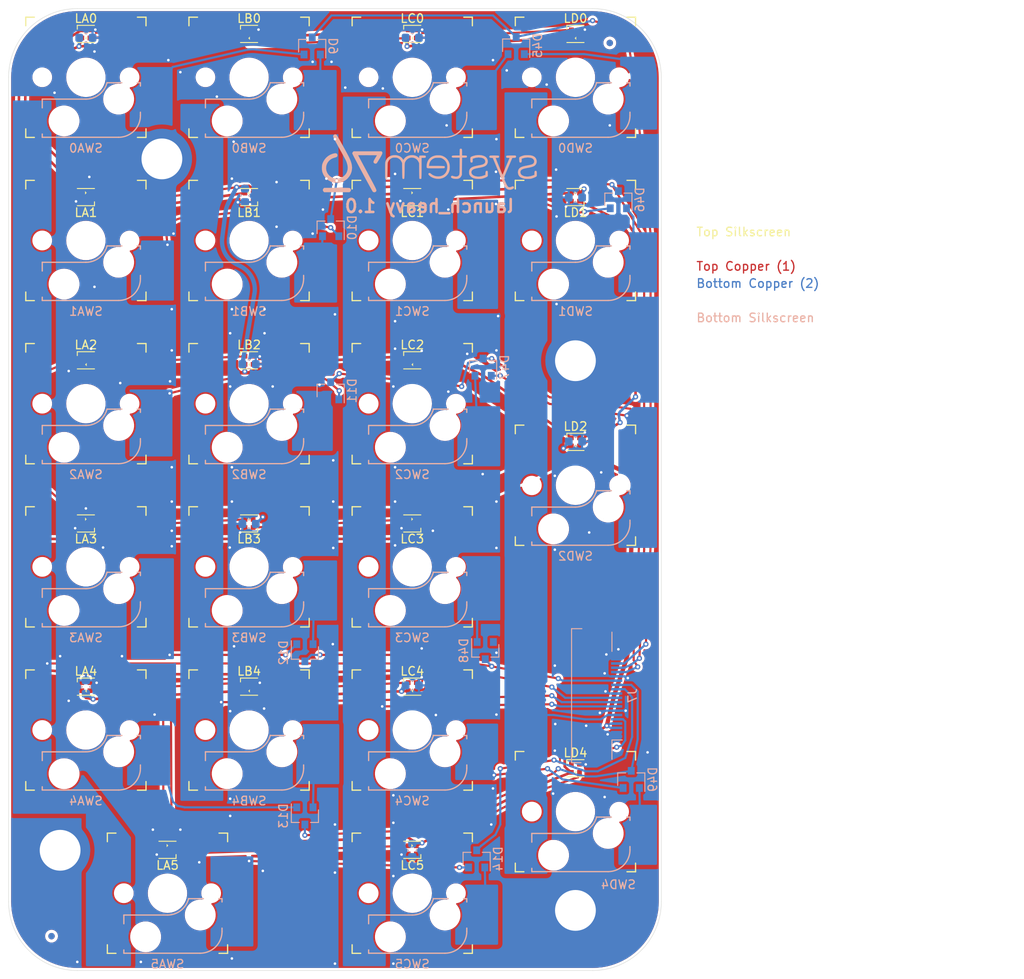
<source format=kicad_pcb>
(kicad_pcb (version 20211014) (generator pcbnew)
  (layers (0 "F.Cu" signal) (31 "B.Cu" signal) (34 "B.Paste" user) (35 "F.Paste" user) (36 "B.SilkS" user "B.Silkscreen") (37 "F.SilkS" user "F.Silkscreen") (38 "B.Mask" user) (39 "F.Mask" user) (44 "Edge.Cuts" user))
  (net 0 "")
  (net 1 "GND")
  (net 2 "+3V6")
  (net 3 "Net-(D9-Pad2)")
  (net 4 "Net-(D9-Pad1)")
  (net 5 "Net-(D10-Pad2)")
  (net 6 "Net-(D10-Pad1)")
  (net 7 "Net-(D11-Pad2)")
  (net 8 "Net-(D11-Pad1)")
  (net 9 "Net-(D12-Pad2)")
  (net 10 "Net-(D12-Pad1)")
  (net 11 "Net-(D13-Pad2)")
  (net 12 "Net-(D13-Pad1)")
  (net 13 "Net-(D14-Pad2)")
  (net 14 "Net-(D14-Pad1)")
  (net 15 "Net-(D45-Pad2)")
  (net 16 "Net-(D45-Pad1)")
  (net 17 "Net-(D46-Pad2)")
  (net 18 "Net-(D46-Pad1)")
  (net 19 "Net-(D47-Pad2)")
  (net 20 "Net-(D47-Pad1)")
  (net 21 "Net-(D48-Pad1)")
  (net 22 "Net-(D49-Pad2)")
  (net 23 "Net-(LA0-Pad1)")
  (net 24 "Net-(LA0-Pad3)")
  (net 25 "Net-(LA1-Pad1)")
  (net 26 "Net-(LA2-Pad1)")
  (net 27 "Net-(LA2-Pad3)")
  (net 28 "Net-(LA3-Pad1)")
  (net 29 "Net-(LC3-Pad1)")
  (net 30 "Net-(LB0-Pad3)")
  (net 31 "Net-(LB1-Pad1)")
  (net 32 "Net-(LB2-Pad3)")
  (net 33 "Net-(LB3-Pad1)")
  (net 34 "Net-(LC5-Pad1)")
  (net 35 "Net-(LC0-Pad3)")
  (net 36 "Net-(LC1-Pad1)")
  (net 37 "Net-(LC2-Pad3)")
  (net 38 "Net-(LB4-Pad3)")
  (net 39 "Net-(LD1-Pad1)")
  (net 42 "Net-(D49-Pad1)")
  (net 43 "Net-(LA4-Pad1)")
  (net 44 "Net-(LA4-Pad3)")
  (net 45 "Net-(LA5-Pad1)")
  (net 46 "/ROW6")
  (net 47 "/ROW7")
  (net 48 "/ROW8")
  (net 49 "/ROW9")
  (net 50 "/ROW10")
  (net 51 "/ROW11")
  (net 52 "/LEDI")
  (net 53 "/COLD")
  (net 54 "/COLE")
  (net 55 "/COLF")
  (net 56 "/COLM")
  (footprint "launch:LED_SK6805-EC15" (layer "F.Cu") (at 50 39.95)
    (fp_text reference "LB0")
    (fp_text value "SK6805-EC15" hide)
  )
  (footprint "launch:LED_SK6805-EC15" (layer "F.Cu") (at 88 39.95)
    (fp_text reference "LD0")
    (fp_text value "SK6805-EC15" hide)
  )
  (footprint "launch:LED_SK6805-EC15" (layer "F.Cu") (at 31 58.95 180)
    (fp_text reference "LA1")
    (fp_text value "SK6805-EC15" hide)
  )
  (footprint "launch:LED_SK6805-EC15" (layer "F.Cu") (at 50 58.95 180)
    (fp_text reference "LB1")
    (fp_text value "SK6805-EC15" hide)
  )
  (footprint "launch:LED_SK6805-EC15" (layer "F.Cu") (at 69 58.95 180)
    (fp_text reference "LC1")
    (fp_text value "SK6805-EC15" hide)
  )
  (footprint "launch:LED_SK6805-EC15" (layer "F.Cu") (at 88 58.95 180)
    (fp_text reference "LD1")
    (fp_text value "SK6805-EC15" hide)
  )
  (footprint "launch:LED_SK6805-EC15" (layer "F.Cu") (at 31 77.95)
    (fp_text reference "LA2")
    (fp_text value "SK6805-EC15" hide)
  )
  (footprint "launch:LED_SK6805-EC15" (layer "F.Cu") (at 50 77.95)
    (fp_text reference "LB2")
    (fp_text value "SK6805-EC15" hide)
  )
  (footprint "launch:LED_SK6805-EC15" (layer "F.Cu") (at 69 77.95)
    (fp_text reference "LC2")
    (fp_text value "SK6805-EC15" hide)
  )
  (footprint "launch:LED_SK6805-EC15" (layer "F.Cu") (at 31 96.95 180)
    (fp_text reference "LA3")
    (fp_text value "SK6805-EC15" hide)
  )
  (footprint "launch:LED_SK6805-EC15" (layer "F.Cu") (at 50 96.95 180)
    (fp_text reference "LB3")
    (fp_text value "SK6805-EC15" hide)
  )
  (footprint "launch:LED_SK6805-EC15" (layer "F.Cu") (at 69 96.95 180)
    (fp_text reference "LC3")
    (fp_text value "SK6805-EC15" hide)
  )
  (footprint "launch:LED_SK6805-EC15" (layer "F.Cu") (at 31 115.95)
    (fp_text reference "LA4")
    (fp_text value "SK6805-EC15" hide)
  )
  (footprint "launch:LED_SK6805-EC15" (layer "F.Cu") (at 50 115.95)
    (fp_text reference "LB4")
    (fp_text value "SK6805-EC15" hide)
  )
  (footprint "launch:LED_SK6805-EC15" (layer "F.Cu") (at 69 115.95)
    (fp_text reference "LC4")
    (fp_text value "SK6805-EC15" hide)
  )
  (footprint "launch:LED_SK6805-EC15" (layer "F.Cu") (at 40.5 134.95 180)
    (fp_text reference "LA5")
    (fp_text value "SK6805-EC15" hide)
  )
  (footprint "launch:LED_SK6805-EC15" (layer "F.Cu") (at 69 134.95 180)
    (fp_text reference "LC5")
    (fp_text value "SK6805-EC15" hide)
  )
  (footprint "launch:LED_SK6805-EC15" (layer "F.Cu") (at 88 125.45)
    (fp_text reference "LD4")
    (fp_text value "SK6805-EC15" hide)
  )
  (footprint "launch:LED_SK6805-EC15" (layer "F.Cu") (at 69 39.95)
    (fp_text reference "LC0")
    (fp_text value "SK6805-EC15" hide)
  )
  (footprint "Fiducial:Fiducial_0.75mm_Mask1.5mm" (layer "F.Cu") (at 92 41)
    (fp_text reference "FID3" hide)
    (fp_text value "Fiducial" hide)
  )
  (footprint "Fiducial:Fiducial_0.75mm_Mask1.5mm" (layer "F.Cu") (at 27 145)
    (fp_text reference "FID1" hide)
    (fp_text value "Fiducial" hide)
  )
  (footprint "launch:LED_SK6805-EC15" (layer "F.Cu") (at 31 39.95)
    (fp_text reference "LA0")
    (fp_text value "SK6805-EC15" hide)
  )
  (footprint "launch:LED_SK6805-EC15" (layer "F.Cu") (at 88 87.45)
    (fp_text reference "LD2")
    (fp_text value "SK6805-EC15" hide)
  )
  (footprint "launch:MountingHole" (layer "F.Cu") (at 39.85 54.5)
    (fp_text reference "H1" hide)
    (fp_text value "MountingHole_Pad")
  )
  (footprint "launch:MountingHole" (layer "F.Cu") (at 28 135)
    (fp_text reference "H2" hide)
    (fp_text value "MountingHole_Pad")
  )
  (footprint "launch:MountingHole" (layer "F.Cu") (at 88 142)
    (fp_text reference "H3" hide)
    (fp_text value "MountingHole_Pad")
  )
  (footprint "launch:MountingHole" (layer "F.Cu") (at 88 78)
    (fp_text reference "H5" hide)
    (fp_text value "MountingHole_Pad" hide)
  )
  (footprint "Kailh:Kailh_socket_MX" (layer "B.Cu") (at 50 45 180)
    (fp_text reference "SWB0")
    (fp_text value "CPG151101S11" hide)
  )
  (footprint "Kailh:Kailh_socket_MX" (layer "B.Cu") (at 69 45 180)
    (fp_text reference "SWC0")
    (fp_text value "CPG151101S11" hide)
  )
  (footprint "Kailh:Kailh_socket_MX" (layer "B.Cu") (at 31 45 180)
    (fp_text reference "SWA0")
    (fp_text value "CPG151101S11" hide)
  )
  (footprint "Kailh:Kailh_socket_MX" (layer "B.Cu") (at 69 83 180)
    (fp_text reference "SWC2")
    (fp_text value "CPG151101S11" hide)
  )
  (footprint "Kailh:Kailh_socket_MX" (layer "B.Cu") (at 69 64 180)
    (fp_text reference "SWC1")
    (fp_text value "CPG151101S11" hide)
  )
  (footprint "Kailh:Kailh_socket_MX" (layer "B.Cu") (at 88 64 180)
    (fp_text reference "SWD1")
    (fp_text value "CPG151101S11" hide)
  )
  (footprint "Kailh:Kailh_socket_MX" (layer "B.Cu") (at 31 83 180)
    (fp_text reference "SWA2")
    (fp_text value "CPG151101S11" hide)
  )
  (footprint "Kailh:Kailh_socket_MX" (layer "B.Cu") (at 50 83 180)
    (fp_text reference "SWB2")
    (fp_text value "CPG151101S11" hide)
  )
  (footprint "Kailh:Kailh_socket_MX" (layer "B.Cu") (at 88 92.5 180)
    (fp_text reference "SWD2")
    (fp_text value "CPG151101S11" hide)
  )
  (footprint "Kailh:Kailh_socket_MX" (layer "B.Cu") (at 31 102 180)
    (fp_text reference "SWA3")
    (fp_text value "CPG151101S11" hide)
  )
  (footprint "Kailh:Kailh_socket_MX" (layer "B.Cu") (at 50 102 180)
    (fp_text reference "SWB3")
    (fp_text value "CPG151101S11" hide)
  )
  (footprint "Kailh:Kailh_socket_MX" (layer "B.Cu") (at 69 102 180)
    (fp_text reference "SWC3")
    (fp_text value "CPG151101S11" hide)
  )
  (footprint "Kailh:Kailh_socket_MX" (layer "B.Cu") (at 31 121 180)
    (fp_text reference "SWA4")
    (fp_text value "CPG151101S11" hide)
  )
  (footprint "Kailh:Kailh_socket_MX" (layer "B.Cu") (at 50 121 180)
    (fp_text reference "SWB4")
    (fp_text value "CPG151101S11" hide)
  )
  (footprint "Kailh:Kailh_socket_MX" (layer "B.Cu") (at 69 121 180)
    (fp_text reference "SWC4")
    (fp_text value "CPG151101S11" hide)
  )
  (footprint "Kailh:Kailh_socket_MX" (layer "B.Cu") (at 40.5 140 180)
    (fp_text reference "SWA5")
    (fp_text value "CPG151101S11" hide)
  )
  (footprint "Kailh:Kailh_socket_MX" (layer "B.Cu") (at 69 140 180)
    (fp_text reference "SWC5")
    (fp_text value "CPG151101S11" hide)
  )
  (footprint "Kailh:Kailh_socket_MX" (layer "B.Cu") (at 88 130.5 180)
    (fp_text reference "SWD4")
    (fp_text value "CPG151101S11" hide)
  )
  (footprint "Kailh:Kailh_socket_MX" (layer "B.Cu") (at 31 64 180)
    (fp_text reference "SWA1")
    (fp_text value "CPG151101S11" hide)
  )
  (footprint "Fiducial:Fiducial_0.75mm_Mask1.5mm" (layer "B.Cu") (at 27 145)
    (fp_text reference "FID2" hide)
    (fp_text value "Fiducial")
  )
  (footprint "Fiducial:Fiducial_0.75mm_Mask1.5mm" (layer "B.Cu") (at 92 41)
    (fp_text reference "FID4" hide)
    (fp_text value "Fiducial" hide)
  )
  (footprint "Kailh:Kailh_socket_MX" (layer "B.Cu") (at 88 45 180)
    (fp_text reference "SWD0")
    (fp_text value "CPG151101S11" hide)
  )
  (footprint "Package_TO_SOT_SMD:SOT-23" (layer "B.Cu") (at 57.35 41.35 90)
    (fp_text reference "D9")
    (fp_text value "BAV70,215")
  )
  (footprint "Package_TO_SOT_SMD:SOT-23" (layer "B.Cu") (at 59.5 62.5 90)
    (fp_text reference "D10")
    (fp_text value "BAV70,215")
  )
  (footprint "Package_TO_SOT_SMD:SOT-23" (layer "B.Cu") (at 59.5 81.5 90)
    (fp_text reference "D11")
    (fp_text value "BAV70,215")
  )
  (footprint "Package_TO_SOT_SMD:SOT-23" (layer "B.Cu") (at 56.5 112 -90)
    (fp_text reference "D12")
    (fp_text value "BAV70,215")
  )
  (footprint "Package_TO_SOT_SMD:SOT-23" (layer "B.Cu") (at 56.5 131 -90)
    (fp_text reference "D13")
    (fp_text value "BAV70,215")
  )
  (footprint "Package_TO_SOT_SMD:SOT-23" (layer "B.Cu") (at 76.5 136 90)
    (fp_text reference "D14")
    (fp_text value "BAV70,215")
  )
  (footprint "Package_TO_SOT_SMD:SOT-23" (layer "B.Cu") (at 81.1 41.3 90)
    (fp_text reference "D45")
    (fp_text value "BAV70,215")
  )
  (footprint "Package_TO_SOT_SMD:SOT-23" (layer "B.Cu") (at 93 59.25 90)
    (fp_text reference "D46")
    (fp_text value "BAV70,215")
  )
  (footprint "Package_TO_SOT_SMD:SOT-23" (layer "B.Cu") (at 77.25 78.75 90)
    (fp_text reference "D47")
    (fp_text value "BAV70,215")
  )
  (footprint "Package_TO_SOT_SMD:SOT-23" (layer "B.Cu") (at 77.5 111.75 -90)
    (fp_text reference "D48")
    (fp_text value "BAV70,215")
  )
  (footprint "Package_TO_SOT_SMD:SOT-23" (layer "B.Cu") (at 94.5 126.75 90)
    (fp_text reference "D49")
    (fp_text value "BAV70,215")
  )
  (footprint "Kailh:Kailh_socket_MX" (layer "B.Cu") (at 50 64 180)
    (fp_text reference "SWB1")
    (fp_text value "CPG151101S11" hide)
  )
  (footprint "Logo:System76" (layer "B.Cu") (at 71 55 180)
    (fp_text reference "LOGO1" hide)
    (fp_text value "System76Logo" hide)
  )
  (footprint "launch:AFC07-S20FCC-00" (layer "B.Cu") (at 90.95 117 90)
    (fp_text reference "J7")
    (fp_text value "AFC07-S20FCC-00")
  )
  (footprint "Capacitor_SMD:C_0603_1608Metric" (layer "B.Cu") (at 31 116 -90)
    (fp_text reference "C9" hide)
    (fp_text value "100 nF")
  )
  (footprint "Capacitor_SMD:C_0603_1608Metric" (layer "B.Cu") (at 69 115.8 180)
    (fp_text reference "C10" hide)
    (fp_text value "100 nF")
  )
  (footprint "Capacitor_SMD:C_0603_1608Metric" (layer "B.Cu") (at 88 59)
    (fp_text reference "C5" hide)
    (fp_text value "100 nF")
  )
  (footprint "Capacitor_SMD:C_0603_1608Metric" (layer "B.Cu") (at 50 78.4 180)
    (fp_text reference "C6" hide)
    (fp_text value "100 nF")
  )
  (footprint "Capacitor_SMD:C_0603_1608Metric" (layer "B.Cu") (at 31 40.4 180)
    (fp_text reference "C4" hide)
    (fp_text value "100 nF")
  )
  (footprint "Capacitor_SMD:C_0603_1608Metric" (layer "B.Cu") (at 69 135 90)
    (fp_text reference "C8" hide)
    (fp_text value "100 nF")
  )
  (footprint "Capacitor_SMD:C_0603_1608Metric" (layer "B.Cu") (at 88 87.4 180)
    (fp_text reference "C3" hide)
    (fp_text value "100 nF")
  )
  (footprint "Capacitor_SMD:C_0603_1608Metric" (layer "B.Cu") (at 49.525 58.75 90)
    (fp_text reference "C1" hide)
    (fp_text value "100 nF")
  )
  (footprint "Capacitor_SMD:C_0603_1608Metric" (layer "B.Cu") (at 69 40.4 180)
    (fp_text reference "C2" hide)
    (fp_text value "100 nF")
  )
  (footprint "Capacitor_SMD:C_0603_1608Metric" (layer "B.Cu") (at 50 97)
    (fp_text reference "C7" hide)
    (fp_text value "100 nF")
  )
  (gr_line (start 22 45) (end 22 141) (layer "Edge.Cuts") (width 0.05))
  (gr_arc (start 90 37) (mid 95.656854 39.343146) (end 98 45) (layer "Edge.Cuts") (width 0.05))
  (gr_arc (start 98 141) (mid 95.656854 146.656854) (end 90 149) (layer "Edge.Cuts") (width 0.05))
  (gr_line (start 30 37) (end 90 37) (layer "Edge.Cuts") (width 0.05))
  (gr_arc (start 30 149) (mid 24.343146 146.656854) (end 22 141) (layer "Edge.Cuts") (width 0.05))
  (gr_arc (start 22 45) (mid 24.343146 39.343146) (end 30 37) (layer "Edge.Cuts") (width 0.05))
  (gr_line (start 98 45) (end 98 141) (layer "Edge.Cuts") (width 0.05))
  (gr_line (start 30 149) (end 90 149) (layer "Edge.Cuts") (width 0.05))
  (gr_text "Top Copper (1)" (at 102 67) (layer "F.Cu") (effects (font (size 1 1)) (justify left)))
  (gr_text "Bottom Copper (2)" (at 102 69) (layer "B.Cu") (effects (font (size 1 1)) (justify left)))
  (gr_text "Bottom Silkscreen" (at 102 73) (layer "B.SilkS") (effects (font (size 1 1)) (justify left)))
  (gr_text "launch_heavy 1.0" (at 71 60) (layer "B.SilkS") (effects (font (size 1.5 1.5) (thickness 0.3)) (justify mirror)))
  (gr_text "Top Silkscreen" (at 102 63) (layer "F.SilkS") (effects (font (size 1 1)) (justify left)))
  (segment (start 69.475 115.475) (end 70.1 114.85) (width 0.3) (layer "F.Cu") (net 1))
  (segment (start 68.525 59.425) (end 67.6 59.4) (width 0.3) (layer "F.Cu") (net 1))
  (segment (start 31.475 77.475) (end 31.6 76.6) (width 0.3) (layer "F.Cu") (net 1))
  (segment (start 50.475 115.475) (end 51.25 115.5) (width 0.25) (layer "F.Cu") (net 1))
  (segment (start 30.525 97.425) (end 29.75 97.5) (width 0.3) (layer "F.Cu") (net 1))
  (segment (start 31.475 39.475) (end 32.1 39.45) (width 0.3) (layer "F.Cu") (net 1))
  (segment (start 88.475 124.975) (end 89.2 125) (width 0.3) (layer "F.Cu") (net 1))
  (segment (start 68.525 97.425) (end 67.75 97.5) (width 0.25) (layer "F.Cu") (net 1))
  (segment (start 68.525 135.425) (end 67.75 135.5) (width 0.25) (layer "F.Cu") (net 1))
  (segment (start 30.525 59.425) (end 29.85 59.45) (width 0.3) (layer "F.Cu") (net 1))
  (segment (start 40.025 135.425) (end 39.25 135.5) (width 0.25) (layer "F.Cu") (net 1))
  (segment (start 88.475 39.475) (end 89.1 39.45) (width 0.3) (layer "F.Cu") (net 1))
  (segment (start 69.475 39.475) (end 70.15 39.45) (width 0.3) (layer "F.Cu") (net 1))
  (segment (start 87.525 59.425) (end 86.9 60.05) (width 0.3) (layer "F.Cu") (net 1))
  (segment (start 49.525 97.425) (end 48.95 98) (width 0.3) (layer "F.Cu") (net 1))
  (segment (start 88.475 86.975) (end 89.1 86.35) (width 0.3) (layer "F.Cu") (net 1))
  (segment (start 31.475 115.475) (end 32.25 115.5) (width 0.25) (layer "F.Cu") (net 1))
  (segment (start 69.475 77.475) (end 70.1 76.85) (width 0.3) (layer "F.Cu") (net 1))
  (segment (start 50.475 39.475) (end 51.1 39.45) (width 0.3) (layer "F.Cu") (net 1))
  (segment (start 50.475 77.475) (end 51.25 77.5) (width 0.3) (layer "F.Cu") (net 1))
  (via (at 70.15 39.45) (size 0.6) (drill 0.3) (layers "F.Cu" "B.Cu") (net 1))
  (via (at 67 90.4) (size 0.6) (drill 0.3) (layers "F.Cu" "B.Cu") (net 1))
  (via (at 32 42) (size 0.6) (drill 0.3) (layers "F.Cu" "B.Cu") (net 1))
  (via (at 31 95.2) (size 0.6) (drill 0.3) (layers "F.Cu" "B.Cu") (net 1))
  (via (at 44.2 136.4) (size 0.6) (drill 0.3) (layers "F.Cu" "B.Cu") (net 1))
  (via (at 73.2 60.4) (size 0.6) (drill 0.3) (layers "F.Cu" "B.Cu") (net 1))
  (via (at 47.8 74.8) (size 0.6) (drill 0.3) (layers "F.Cu" "B.Cu") (net 1))
  (via (at 96.4 123.6) (size 0.6) (drill 0.3) (layers "F.Cu" "B.Cu") (net 1))
  (via (at 67.75 97.5) (size 0.6) (drill 0.3) (layers "F.Cu" "B.Cu") (net 1))
  (via (at 37.4 148) (size 0.6) (drill 0.3) (layers "F.Cu" "B.Cu") (net 1))
  (via (at 91.4 128.8) (size 0.6) (drill 0.3) (layers "F.Cu" "B.Cu") (net 1))
  (via (at 32.1 39.45) (size 0.6) (drill 0.3) (layers "F.Cu" "B.Cu") (net 1))
  (via (at 67 73.4) (size 0.6) (drill 0.3) (layers "F.Cu" "B.Cu") (net 1))
  (via (at 66.8 131.8) (size 0.6) (drill 0.3) (layers "F.Cu" "B.Cu") (net 1))
  (via (at 48.25 111.25) (size 0.6) (drill 0.3) (layers "F.Cu" "B.Cu") (net 1))
  (via (at 47.8 131) (size 0.6) (drill 0.3) (layers "F.Cu" "B.Cu") (net 1))
  (via (at 35.2 112.4) (size 0.6) (drill 0.3) (layers "F.Cu" "B.Cu") (net 1))
  (via (at 47.75 99.75) (size 0.6) (drill 0.3) (layers "F.Cu" "B.Cu") (net 1))
  (via (at 48 94.4) (size 0.6) (drill 0.3) (layers "F.Cu" "B.Cu") (net 1))
  (via (at 32.25 115.5) (size 0.6) (drill 0.3) (layers "F.Cu" "B.Cu") (net 1))
  (via (at 57.4 63.2) (size 0.6) (drill 0.3) (layers "F.Cu" "B.Cu") (net 1))
  (via (at 60 148.2) (size 0.6) (drill 0.3) (layers "F.Cu" "B.Cu") (net 1))
  (via (at 59.75 111) (size 0.6) (drill 0.3) (layers "F.Cu" "B.Cu") (net 1))
  (via (at 78.4 127.8) (size 0.6) (drill 0.3) (layers "F.Cu" "B.Cu") (net 1))
  (via (at 48 72) (size 0.6) (drill 0.3) (layers "F.Cu" "B.Cu") (net 1))
  (via (at 28 112.4) (size 0.6) (drill 0.3) (layers "F.Cu" "B.Cu") (net 1))
  (via (at 41 72) (size 0.6) (drill 0.3) (layers "F.Cu" "B.Cu") (net 1))
  (via (at 70.1 114.85) (size 0.6) (drill 0.3) (layers "F.Cu" "B.Cu") (net 1))
  (via (at 85.4 128.4) (size 0.6) (drill 0.3) (layers "F.Cu" "B.Cu") (net 1))
  (via (at 85.65 120.3) (size 0.6) (drill 0.3) (layers "F.Cu" "B.Cu") (net 1))
  (via (at 90.85 119) (size 0.6) (drill 0.3) (layers "F.Cu" "B.Cu") (net 1))
  (via (at 41 94.4) (size 0.6) (drill 0.3) (layers "F.Cu" "B.Cu") (net 1))
  (via (at 48 90.4) (size 0.6) (drill 0.3) (layers "F.Cu" "B.Cu") (net 1))
  (via (at 40.6 43) (size 0.6) (drill 0.3) (layers "F.Cu" "B.Cu") (net 1))
  (via (at 60 52.2) (size 0.6) (drill 0.3) (layers "F.Cu" "B.Cu") (net 1))
  (via (at 78.8 76.8) (size 0.6) (drill 0.3) (layers "F.Cu" "B.Cu") (net 1))
  (via (at 67 56.25) (size 0.6) (drill 0.3) (layers "F.Cu" "B.Cu") (net 1))
  (via (at 32 69.4) (size 0.6) (drill 0.3) (layers "F.Cu" "B.Cu") (net 1))
  (via (at 78.8 99.8) (size 0.6) (drill 0.3) (layers "F.Cu" "B.Cu") (net 1))
  (via (at 78.75 56) (size 0.6) (drill 0.3) (layers "F.Cu" "B.Cu") (net 1))
  (via (at 66.8 148.2) (size 0.6) (drill 0.3) (layers "F.Cu" "B.Cu") (net 1))
  (via (at 73 50.6) (size 0.6) (drill 0.3) (layers "F.Cu" "B.Cu") (net 1))
  (via (at 48 56.8) (size 0.6) (drill 0.3) (layers "F.Cu" "B.Cu") (net 1))
  (via (at 78.8 94.4) (size 0.6) (drill 0.3) (layers "F.Cu" "B.Cu") (net 1))
  (via (at 71.75 119.25) (size 0.6) (drill 0.3) (layers "F.Cu" "B.Cu") (net 1))
  (via (at 89.1 86.35) (size 0.6) (drill 0.3) (layers "F.Cu" "B.Cu") (net 1))
  (via (at 85.75 55.75) (size 0.6) (drill 0.3) (layers "F.Cu" "B.Cu") (net 1))
  (via (at 67 94.4) (size 0.6) (drill 0.3) (layers "F.Cu" "B.Cu") (net 1))
  (via (at 52.75 81) (size 0.6) (drill 0.3) (layers "F.Cu" "B.Cu") (net 1))
  (via (at 42 44.4) (size 0.6) (drill 0.3) (layers "F.Cu" "B.Cu") (net 1))
  (via (at 93 111.6) (size 0.6) (drill 0.3) (layers "F.Cu" "B.Cu") (net 1))
  (via (at 39.25 135.5) (size 0.6) (drill 0.3) (layers "F.Cu" "B.Cu") (net 1))
  (via (at 51.6 137.4) (size 0.6) (drill 0.3) (layers "F.Cu" "B.Cu") (net 1))
  (via (at 67 99.5) (size 0.6) (drill 0.3) (layers "F.Cu" "B.Cu") (net 1))
  (via (at 91.4 114.4) (size 0.6) (drill 0.3) (layers "F.Cu" "B.Cu") (net 1))
  (via (at 47.8 118.8) (size 0.6) (drill 0.3) (layers "F.Cu" "B.Cu") (net 1))
  (via (at 85.8 61.2) (size 0.6) (drill 0.3) (layers "F.Cu" "B.Cu") (net 1))
  (via (at 85.6 123.4) (size 0.6) (drill 0.3) (layers "F.Cu" "B.Cu") (net 1))
  (via (at 85.6 91.4) (size 0.6) (drill 0.3) (layers "F.Cu" "B.Cu") (net 1))
  (via (at 85.8 71.4) (size 0.6) (drill 0.3) (layers "F.Cu" "B.Cu") (net 1))
  (via (at 35 80.6) (size 0.6) (drill 0.3) (layers "F.Cu" "B.Cu") (net 1))
  (via (at 67 76.6) (size 0.6) (drill 0.3) (layers "F.Cu" "B.Cu") (net 1))
  (via (at 42 132.6) (size 0.6) (drill 0.3) (layers "F.Cu" "B.Cu") (net 1))
  (via (at 67.6 59.4) (size 0.6) (drill 0.3) (layers "F.Cu" "B.Cu") (net 1))
  (via (at 53.2 62.4) (size 0.6) (drill 0.3) (layers "F.Cu" "B.Cu") (net 1))
  (via (at 48.7 59.55) (size 0.6) (drill 0.3) (layers "F.Cu" "B.Cu") (net 1))
  (via (at 66.8 81) (size 0.6) (drill 0.3) (layers "F.Cu" "B.Cu") (net 1))
  (via (at 29.75 97.5) (size 0.6) (drill 0.3) (layers "F.Cu" "B.Cu") (net 1))
  (via (at 29.85 59.45) (size 0.6) (drill 0.3) (layers "F.Cu" "B.Cu") (net 1))
  (via (at 78.2 132) (size 0.6) (drill 0.3) (layers "F.Cu" "B.Cu") (net 1))
  (via (at 75.4 77.2) (size 0.6) (drill 0.3) (layers "F.Cu" "B.Cu") (net 1))
  (via (at 59.8 99.8) (size 0.6) (drill 0.3) (layers "F.Cu" "B.Cu") (net 1))
  (via (at 29 117.6) (size 0.6) (drill 0.3) (layers "F.Cu" "B.Cu") (net 1))
  (via (at 31.4 56.6) (size 0.6) (drill 0.3) (layers "F.Cu" "B.Cu") (net 1))
  (via (at 57.4 43.2) (size 0.6) (drill 0.3) (layers "F.Cu" "B.Cu") (net 1))
  (via (at 91 91) (size 0.6) (drill 0.3) (layers "F.Cu" "B.Cu") (net 1))
  (via (at 51.25 77.5) (size 0.6) (drill 0.3) (layers "F.Cu" "B.Cu") (net 1))
  (via (at 86.9 60.05) (size 0.6) (drill 0.3) (layers "F.Cu" "B.Cu") (net 1))
  (via (at 47.8 81) (size 0.6) (drill 0.3) (layers "F.Cu" "B.Cu") (net 1))
  (via (at 40.8 80.4) (size 0.6) (drill 0.3) (layers "F.Cu" "B.Cu") (net 1))
  (via (at 89.2 125) (size 0.6) (drill 0.3) (layers "F.Cu" "B.Cu") (net 1))
  (via (at 94.1 114.95) (size 0.6) (drill 0.3) (layers "F.Cu" "B.Cu") (net 1))
  (via (at 41 99.6) (size 0.6) (drill 0.3) (layers "F.Cu" "B.Cu") (net 1))
  (via (at 59 56.8) (size 0.6) (drill 0.3) (layers "F.Cu" "B.Cu") (net 1))
  (via (at 92 50.6) (size 0.6) (drill 0.3) (layers "F.Cu" "B.Cu") (net 1))
  (via (at 91.5 116.5) (size 0.6) (drill 0.3) (layers "F.Cu" "B.Cu") (net 1))
  (via (at 53.2 57.2) (size 0.6) (drill 0.3) (layers "F.Cu" "B.Cu") (net 1))
  (via (at 60 72.6) (size 0.6) (drill 0.3) (layers "F.Cu" "B.Cu") (net 1))
  (via (at 38.8 132.6) (size 0.6) (drill 0.3) (layers "F.Cu" "B.Cu") (net 1))
  (via (at 73.2 81.6) (size 0.6) (drill 0.3) (layers "F.Cu" "B.Cu") (net 1))
  (via (at 41 90.4) (size 0.6) (drill 0.3) (layers "F.Cu" "B.Cu") (net 1))
  (via (at 60 137.6) (size 0.6) (drill 0.3) (layers "F.Cu" "B.Cu") (net 1))
  (via (at 59.8 94.4) (size 0.6) (drill 0.3) (layers "F.Cu" "B.Cu") (net 1))
  (via (at 77.2 91.2) (size 0.6) (drill 0.3) (layers "F.Cu" "B.Cu") (net 1))
  (via (at 91.75 121.5) (size 0.6) (drill 0.3) (layers "F.Cu" "B.Cu") (net 1))
  (via (at 67.75 135.5) (size 0.6) (drill 0.3) (layers "F.Cu" "B.Cu") (net 1))
  (via (at 78.4 43) (size 0.6) (drill 0.3) (layers "F.Cu" "B.Cu") (net 1))
  (via (at 89.6 98) (size 0.6) (drill 0.3) (layers "F.Cu" "B.Cu") (net 1))
  (via (at 27.35 46.8) (size 0.6) (drill 0.3) (layers "F.Cu" "B.Cu") (net 1))
  (via (at 66.8 138) (size 0.6) (drill 0.3) (layers "F.Cu" "B.Cu") (net 1))
  (via (at 48 147.6) (size 0.6) (drill 0.3) (layers "F.Cu" "B.Cu") (net 1))
  (via (at 85.6 100) (size 0.6) (drill 0.3) (layers "F.Cu" "B.Cu") (net 1))
  (via (at 58.6 60.4) (size 0.6) (drill 0.3) (layers "F.Cu" "B.Cu") (net 1))
  (via (at 47.8 129) (size 0.6) (drill 0.3) (layers "F.Cu" "B.Cu") (net 1))
  (via (at 29 79.2) (size 0.6) (drill 0.3) (layers "F.Cu" "B.Cu") (net 1))
  (via (at 80 44.2) (size 0.6) (drill 0.3) (layers "F.Cu" "B.Cu") (net 1))
  (via (at 93.85 118.75) (size 0.6) (drill 0.3) (layers "F.Cu" "B.Cu") (net 1))
  (via (at 48.95 98) (size 0.6) (drill 0.3) (layers "F.Cu" "B.Cu") (net 1))
  (via (at 51.8 72) (size 0.6) (drill 0.3) (layers "F.Cu" "B.Cu") (net 1))
  (via (at 61.2 46.2) (size 0.6) (drill 0.3) (layers "F.Cu" "B.Cu") (net 1))
  (via (at 51.75 118.5) (size 0.6) (drill 0.3) (layers "F.Cu" "B.Cu") (net 1))
  (via (at 60 132) (size 0.6) (drill 0.3) (layers "F.Cu" "B.Cu") (net 1))
  (via (at 65.575 46.3) (size 0.6) (drill 0.3) (layers "F.Cu" "B.Cu") (net 1))
  (via (at 58.2 80.8) (size 0.6) (drill 0.3) (layers "F.Cu" "B.Cu") (net 1))
  (via (at 48.2 52.5) (size 0.6) (drill 0.3) (layers "F.Cu" "B.Cu") (net 1))
  (via (at 84.65 45.85) (size 0.6) (drill 0.3) (layers "F.Cu" "B.Cu") (net 1))
  (via (at 78.8 119.2) (size 0.6) (drill 0.3) (layers "F.Cu" "B.Cu") (net 1))
  (via (at 59.6 43.2) (size 0.6) (drill 0.3) (layers "F.Cu" "B.Cu") (net 1))
  (via (at 33 99.75) (size 0.6) (drill 0.3) (layers "F.Cu" "B.Cu") (net 1))
  (via (at 71.4 97.8) (size 0.6) (drill 0.3) (layers "F.Cu" "B.Cu") (net 1))
  (via (at 31.6 76.6) (size 0.6) (drill 0.3) (layers "F.Cu" "B.Cu") (net 1))
  (via (at 79 72.8) (size 0.6) (drill 0.3) (layers "F.Cu" "B.Cu") (net 1))
  (via (at 66.8 128.6) (size 0.6) (drill 0.3) (layers "F.Cu" "B.Cu") (net 1))
  (via (at 51.1 39.45) (size 0.6) (drill 0.3) (layers "F.Cu" "B.Cu") (net 1))
  (via (at 46.25 47.25) (size 0.6) (drill 0.3) (layers "F.Cu" "B.Cu") (net 1))
  (via (at 51.25 115.5) (size 0.6) (drill 0.3) (layers "F.Cu" "B.Cu") (net 1))
  (via (at 91.6 112.2) (size 0.6) (drill 0.3) (layers "F.Cu" "B.Cu") (net 1))
  (via (at 78.8 112) (size 0.6) (drill 0.3) (layers "F.Cu" "B.Cu") (net 1))
  (via (at 41 76.8) (size 0.6) (drill 0.3) (layers "F.Cu" "B.Cu") (net 1))
  (via (at 51.8 74.8) (size 0.6) (drill 0.3) (layers "F.Cu" "B.Cu") (net 1))
  (via (at 70.1 76.85) (size 0.6) (drill 0.3) (layers "F.Cu" "B.Cu") (net 1))
  (via (at 30 148) (size 0.6) (drill 0.3) (layers "F.Cu" "B.Cu") (net 1))
  (via (at 89.25 120.5) (size 0.6) (drill 0.3) (layers "F.Cu" "B.Cu") (net 1))
  (via (at 41 97.8) (size 0.6) (drill 0.3) (layers "F.Cu" "B.Cu") (net 1))
  (via (at 89.1 39.45) (size 0.6) (drill 0.3) (layers "F.Cu" "B.Cu") (net 1))
  (via (at 85.6 113.5) (size 0.6) (drill 0.3) (layers "F.Cu" "B.Cu") (net 1))
  (via (at 41.2 63.2) (size 0.6) (drill 0.3) (layers "F.Cu" "B.Cu") (net 1))
  (via (at 78.8 52.2) (size 0.6) (drill 0.3) (layers "F.Cu" "B.Cu") (net 1))
  (via (at 59.8 89.6) (size 0.6) (drill 0.3) (layers "F.Cu" "B.Cu") (net 1))
  (via (at 39 119.2) (size 0.6) (drill 0.3) (layers "F.Cu" "B.Cu") (net 1))
  (via (at 70.1 111.5) (size 0.6) (drill 0.3) (layers "F.Cu" "B.Cu") (net 1))
  (segment (start 92.8 116.75) (end 92 116.75) (width 0.25) (layer "B.Cu") (net 1))
  (segment (start 93.75 114.75) (end 92.8 114.75) (width 0.25) (layer "B.Cu") (net 1))
  (segment (start 49.525 59.525) (end 48.7 59.55) (width 0.25) (layer "B.Cu") (net 1))
  (segment (start 92 114.75) (end 91.4 114.4) (width 0.25) (layer "B.Cu") (net 1))
  (segment (start 92.8 118.75) (end 91.45 118.75) (width 0.25) (layer "B.Cu") (net 1))
  (segment (start 92.8 114.75) (end 92 114.75) (width 0.25) (layer "B.Cu") (net 1))
  (segment (start 94.1 114.95) (end 93.75 114.75) (width 0.25) (layer "B.Cu") (net 1))
  (segment (start 92.8 118.75) (end 93.85 118.75) (width 0.25) (layer "B.Cu") (net 1))
  (segment (start 91.45 118.75) (end 90.85 119) (width 0.25) (layer "B.Cu") (net 1))
  (segment (start 92 116.75) (end 91.5 116.5) (width 0.25) (layer "B.Cu") (net 1))
  (segment (start 30.525 78.425) (end 30.6 79.4) (width 0.3) (layer "F.Cu") (net 2))
  (segment (start 48.55 57.8) (end 40.998339 58.859882) (width 0.25) (layer "F.Cu") (net 2))
  (segment (start 82.25 128) (end 87.525 125.925) (width 0.3) (layer "F.Cu") (net 2))
  (segment (start 93.902741 112.88403) (end 94.062241 112.152954) (width 0.5) (layer "F.Cu") (net 2))
  (segment (start 49.908654 117.091346) (end 49.525 116.425) (width 0.3) (layer "F.Cu") (net 2))
  (segment (start 31 117.25) (end 30.525 116.425) (width 0.3) (layer "F.Cu") (net 2))
  (segment (start 68.5 133.5) (end 40.975 134.475) (width 0.3) (layer "F.Cu") (net 2))
  (segment (start 30.2 41.4) (end 49.525 40.425) (width 0.3) (layer "F.Cu") (net 2))
  (segment (start 49.75 41.05) (end 49.525 40.425) (width 0.25) (layer "F.Cu") (net 2))
  (segment (start 68.525 78.425) (end 68.5 79.25) (width 0.3) (layer "F.Cu") (net 2))
  (segment (start 24.5 51.25) (end 23.9 49.6) (width 0.3) (layer "F.Cu") (net 2))
  (segment (start 87 123.5) (end 86.75 124.5) (width 0.3) (layer "F.Cu") (net 2))
  (segment (start 31 117.25) (end 31.845565 117.4) (width 0.3) (layer "F.Cu") (net 2))
  (segment (start 91.65 120.5) (end 87 123.5) (width 0.3) (layer "F.Cu") (net 2))
  (segment (start 94.062241 110.652954) (end 94.062241 112.152954) (width 0.5) (layer "F.Cu") (net 2))
  (segment (start 87.35 57.7) (end 88.025 57.775) (width 0.3) (layer "F.Cu") (net 2))
  (segment (start 91.65 120.5) (end 92.519032 116.913765) (width 0.5) (layer "F.Cu") (net 2))
  (segment (start 69.275 57.875) (end 69.475 58.475) (width 0.3) (layer "F.Cu") (net 2))
  (segment (start 68.525 40.425) (end 51.35 41.2) (width 0.25) (layer "F.Cu") (net 2))
  (segment (start 87.525 40.425) (end 69.715217 41.284783) (width 0.3) (layer "F.Cu") (net 2))
  (segment (start 49.9 41.2) (end 49.75 41.05) (width 0.25) (layer "F.Cu") (net 2))
  (segment (start 31.475 96.475) (end 32.8 96.4) (width 0.3) (layer "F.Cu") (net 2))
  (segment (start 50 57.65) (end 50.353846 57.903846) (width 0.3) (layer "F.Cu") (net 2))
  (segment (start 50.353846 57.903846) (end 50.475 58.475) (width 0.3) (layer "F.Cu") (net 2))
  (segment (start 50.475 58.475) (end 68.45 57.65) (width 0.3) (layer "F.Cu") (net 2))
  (segment (start 68.45 57.65) (end 69 57.65) (width 0.3) (layer "F.Cu") (net 2))
  (segment (start 30.2 41.4) (end 25.430526 43.430526) (width 0.3) (layer "F.Cu") (net 2))
  (segment (start 86.75 125.25) (end 87 125.5) (width 0.3) (layer "F.Cu") (net 2))
  (segment (start 67.75 116.5) (end 66.519414 116.519414) (width 0.3) (layer "F.Cu") (net 2))
  (segment (start 86.75 125.25) (end 86.75 124.5) (width 0.3) (layer "F.Cu") (net 2))
  (segment (start 70.138636 134.138636) (end 82.25 128) (width 0.3) (layer "F.Cu") (net 2))
  (segment (start 69 57.65) (end 69.275 57.875) (width 0.3) (layer "F.Cu") (net 2))
  (segment (start 94.759196 93.32932) (end 94.709195 92.549626) (width 0.5) (layer "F.Cu") (net 2))
  (segment (start 69.25 134) (end 68.5 133.5) (width 0.3) (layer "F.Cu") (net 2))
  (segment (start 69.475 96.475) (end 69.4 95.4) (width 0.3) (layer "F.Cu") (net 2))
  (segment (start 31.15 57.7) (end 24.5 51.25) (width 0.3) (layer "F.Cu") (net 2))
  (segment (start 66.519414 116.519414) (end 53.098802 117.151198) (width 0.3) (layer "F.Cu") (net 2))
  (segment (start 48.55 57.8) (end 49.45 57.65) (width 0.3) (layer "F.Cu") (net 2))
  (segment (start 88.325 58.025) (end 88.475 58.475) (width 0.3) (layer "F.Cu") (net 2))
  (segment (start 69.475 58.475) (end 87.35 57.7) (width 0.3) (layer "F.Cu") (net 2))
  (segment (start 68.525 116.425) (end 67.75 116.5) (width 0.3) (layer "F.Cu") (net 2))
  (segment (start 88.475 58.475) (end 89 58) (width 0.3) (layer "F.Cu") (net 2))
  (segment (start 87.525 87.925) (end 86.6 88.2) (width 0.3) (layer "F.Cu") (net 2))
  (segment (start 49.525 78.425) (end 49.5 79.25) (width 0.3) (layer "F.Cu") (net 2))
  (segment (start 88.025 57.775) (end 88.325 58.025) (width 0.3) (layer "F.Cu") (net 2))
  (segment (start 68.4 41.4) (end 68.525 40.425) (width 0.3) (layer "F.Cu") (net 2))
  (segment (start 94.062241 110.652954) (end 94.761627 93.53898) (width 0.5) (layer "F.Cu") (net 2))
  (segment (start 38.993782 58.938033) (end 31.475 58.475) (width 0.25) (layer "F.Cu") (net 2))
  (segment (start 69.715217 41.284783) (end 68.4 41.4) (width 0.3) (layer "F.Cu") (net 2))
  (segment (start 92.561445 116.801089) (end 93.902741 112.88403) (width 0.5) (layer "F.Cu") (net 2))
  (segment (start 23.9 49.6) (end 24 44.9) (width 0.3) (layer "F.Cu") (net 2))
  (segment (start 49.45 57.65) (end 50 57.65) (width 0.3) (layer "F.Cu") (net 2))
  (segment (start 69.475 134.475) (end 70.138636 134.138636) (width 0.3) (layer "F.Cu") (net 2))
  (segment (start 93.559187 90.865311) (end 91.77881 90.034324) (width 0.5) (layer "F.Cu") (net 2))
  (segment (start 69.475 134.475) (end 69.25 134) (width 0.3) (layer "F.Cu") (net 2))
  (segment (start 91.188862 89.863079) (end 87.6 89.4) (width 0.5) (layer "F.Cu") (net 2))
  (segment (start 24.55 43.95) (end 25.430526 43.430526) (width 0.3) (layer "F.Cu") (net 2))
  (segment (start 49.525 116.425) (end 40.899303 116.900697) (width 0.3) (layer "F.Cu") (net 2))
  (segment (start 40.975 134.475) (end 40.899303 116.900697) (width 0.25) (layer "F.Cu") (net 2))
  (segment (start 24 44.9) (end 24.55 43.95) (width 0.3) (layer "F.Cu") (net 2))
  (segment (start 40.899303 116.900697) (end 31.845565 117.4) (width 0.3) (layer "F.Cu") (net 2))
  (segment (start 49.908654 117.091346) (end 53.098802 117.151198) (width 0.3) (layer "F.Cu") (net 2))
  (segment (start 87 125.5) (end 87.525 125.925) (width 0.3) (layer "F.Cu") (net 2))
  (segment (start 31.475 58.475) (end 31.15 57.7) (width 0.3) (layer "F.Cu") (net 2))
  (segment (start 30.525 40.425) (end 30.2 41.4) (width 0.3) (layer "F.Cu") (net 2))
  (segment (start 50.475 96.475) (end 50.4 95.6) (width 0.3) (layer "F.Cu") (net 2))
  (segment (start 51.35 41.2) (end 49.9 41.2) (width 0.25) (layer "F.Cu") (net 2))
  (via (at 30.2 41.4) (size 0.6) (drill 0.3) (layers "F.Cu" "B.Cu") (net 2))
  (via (at 86.6 88.2) (size 0.6) (drill 0.3) (layers "F.Cu" "B.Cu") (net 2))
  (via (at 51.6 96.2) (size 0.6) (drill 0.3) (layers "F.Cu" "B.Cu") (net 2))
  (via (at 68.4 41.4) (size 0.6) (drill 0.3) (layers "F.Cu" "B.Cu") (net 2))
  (via (at 49.5 79.25) (size 0.6) (drill 0.3) (layers "F.Cu" "B.Cu") (net 2))
  (via (at 48.55 57.8) (size 0.6) (drill 0.3) (layers "F.Cu" "B.Cu") (net 2))
  (via (at 31.845565 117.4) (size 0.6) (drill 0.3) (layers "F.Cu" "B.Cu") (net 2))
  (via (at 67.75 116.5) (size 0.6) (drill 0.3) (layers "F.Cu" "B.Cu") (net 2))
  (via (at 70.138636 134.138636) (size 0.6) (drill 0.3) (layers "F.Cu" "B.Cu") (net 2))
  (via (at 89 58) (size 0.6) (drill 0.3) (layers "F.Cu" "B.Cu") (net 2))
  (via (at 91.65 120.5) (size 0.6) (drill 0.3) (layers "F.Cu" "B.Cu") (net 2))
  (arc (start 92.519032 116.913765) (mid 92.541086 116.857746) (end 92.561445 116.801089) (width 0.5) (layer "F.Cu") (net 2))
  (arc (start 94.709195 92.549626) (mid 94.365014 91.549869) (end 93.559187 90.865311) (width 0.5) (layer "F.Cu") (net 2))
  (arc (start 40.998339 58.859882) (mid 39.998025 58.949351) (end 38.993782 58.938033) (width 0.25) (layer "F.Cu") (net 2))
  (arc (start 91.77881 90.034324) (mid 91.49045 89.925916) (end 91.188862 89.863079) (width 0.5) (layer "F.Cu") (net 2))
  (arc (start 94.761627 93.53898) (mid 94.76316 93.434118) (end 94.759196 93.32932) (width 0.5) (layer "F.Cu") (net 2))
  (segment (start 68.225 40.4) (end 68.4 41.4) (width 0.3) (layer "B.Cu") (net 2))
  (segment (start 92.8 120.25) (end 92.1 120.25) (width 0.25) (layer "B.Cu") (net 2))
  (segment (start 89 58) (end 88.775 59) (width 0.3) (layer "B.Cu") (net 2))
  (segment (start 49.225 78.4) (end 50.625704 70.193056) (width 0.5) (layer "B.Cu") (net 2))
  (segment (start 92.8 120.75) (end 92.1 120.75) (width 0.25) (layer "B.Cu") (net 2))
  (segment (start 69 134.225) (end 70.138636 134.138636) (width 0.3) (layer "B.Cu") (net 2))
  (segment (start 31 116.775) (end 31.845565 117.4) (width 0.3) (layer "B.Cu") (net 2))
  (segment (start 30.2 41.4) (end 30.225 40.4) (width 0.3) (layer "B.Cu") (net 2))
  (segment (start 49.010107 67.005053) (end 48.507216 66.753608) (width 0.5) (layer "B.Cu") (net 2))
  (segment (start 87.225 87.4) (end 86.6 88.2) (width 0.3) (layer "B.Cu") (net 2))
  (segment (start 68.0625 115.95) (end 67.75 116.5) (width 0.5) (layer "B.Cu") (net 2))
  (segment (start 48.55 57.8) (end 47.579968 59.660335) (width 0.5) (layer "B.Cu") (net 2))
  (segment (start 50.775 97) (end 51.6 96.2) (width 0.3) (layer "B.Cu") (net 2))
  (segment (start 49.525 57.975) (end 48.55 57.8) (width 0.25) (layer "B.Cu") (net 2))
  (segment (start 92.1 120.75) (end 91.65 120.5) (width 0.25) (layer "B.Cu") (net 2))
  (segment (start 46.873667 63.685302) (end 47.264871 60.66236) (width 0.5) (layer "B.Cu") (net 2))
  (segment (start 49.225 78.4) (end 49.5 79.25) (width 0.3) (layer "B.Cu") (net 2))
  (segment (start 92.1 120.25) (end 91.65 120.5) (width 0.25) (layer "B.Cu") (net 2))
  (arc (start 46.873667 63.685302) (mid 47.200767 65.480155) (end 48.507216 66.753608) (width 0.5) (layer "B.Cu") (net 2))
  (arc (start 47.264871 60.66236) (mid 47.378223 60.147449) (end 47.579968 59.660335) (width 0.5) (layer "B.Cu") (net 2))
  (arc (start 49.010107 67.005053) (mid 50.344458 68.332212) (end 50.625704 70.193056) (width 0.5) (layer "B.Cu") (net 2))
  (segment (start 41.1 43.8) (end 38.56 47.54) (width 0.25) (layer "B.Cu") (net 3))
  (segment (start 56.4 42.35) (end 50.815828 41.769246) (width 0.25) (layer "B.Cu") (net 3))
  (segment (start 49.497906 41.851315) (end 41.1 43.8) (width 0.25) (layer "B.Cu") (net 3))
  (arc (start 50.815828 41.769246) (mid 50.153457 41.755521) (end 49.497906 41.851315) (width 0.25) (layer "B.Cu") (net 3))
  (segment (start 58.3 42.35) (end 58.3 45.4) (width 0.25) (layer "B.Cu") (net 4))
  (segment (start 58.55 63.5) (end 58.5 64.75) (width 0.25) (layer "B.Cu") (net 5))
  (segment (start 50.143154 60.856846) (end 59.5 62.5) (width 0.25) (layer "F.Cu") (net 6))
  (segment (start 50.143154 60.856846) (end 48.454545 60.745455) (width 0.25) (layer "F.Cu") (net 6))
  (segment (start 48.454545 60.745455) (end 42.189218 61.394068) (width 0.25) (layer "F.Cu") (net 6))
  (segment (start 40.405783 63.589234) (end 40.5 64.5) (width 0.25) (layer "F.Cu") (net 6))
  (via (at 59.5 62.5) (size 0.6) (drill 0.3) (layers "F.Cu" "B.Cu") (net 6))
  (via (at 40.5 64.5) (size 0.6) (drill 0.3) (layers "F.Cu" "B.Cu") (net 6))
  (arc (start 40.405783 63.589234) (mid 40.842891 62.122309) (end 42.189218 61.394068) (width 0.25) (layer "F.Cu") (net 6))
  (segment (start 60.45 63.5) (end 59.5 62.5) (width 0.25) (layer "B.Cu") (net 6))
  (segment (start 58.55 82.5) (end 57.56 85.54) (width 0.25) (layer "B.Cu") (net 7))
  (segment (start 49.027611 79.989876) (end 57.926164 79.91936) (width 0.25) (layer "F.Cu") (net 8))
  (segment (start 59.259022 80.414144) (end 60.5 81.5) (width 0.25) (layer "F.Cu") (net 8))
  (segment (start 46.636782 80.299426) (end 40.75 81.8) (width 0.25) (layer "F.Cu") (net 8))
  (via (at 40.75 81.8) (size 0.6) (drill 0.3) (layers "F.Cu" "B.Cu") (net 8))
  (via (at 60.5 81.5) (size 0.6) (drill 0.3) (layers "F.Cu" "B.Cu") (net 8))
  (arc (start 49.027611 79.989876) (mid 47.822834 80.07234) (end 46.636782 80.299426) (width 0.25) (layer "F.Cu") (net 8))
  (arc (start 57.926164 79.91936) (mid 58.638042 80.044319) (end 59.259022 80.414144) (width 0.25) (layer "F.Cu") (net 8))
  (segment (start 60.45 82.5) (end 60.5 81.5) (width 0.25) (layer "B.Cu") (net 8))
  (segment (start 57.45 111) (end 57.56 104.54) (width 0.25) (layer "B.Cu") (net 9))
  (segment (start 41.25 112.25) (end 40.75 112.25) (width 0.25) (layer "F.Cu") (net 10))
  (segment (start 54.25 112.25) (end 41.25 112.25) (width 0.25) (layer "F.Cu") (net 10))
  (via (at 54.25 112.25) (size 0.6) (drill 0.3) (layers "F.Cu" "B.Cu") (net 10))
  (via (at 40.75 112.25) (size 0.6) (drill 0.3) (layers "F.Cu" "B.Cu") (net 10))
  (segment (start 55.55 111) (end 54.25 112.25) (width 0.25) (layer "B.Cu") (net 10))
  (segment (start 57.45 130) (end 57.56 123.54) (width 0.25) (layer "B.Cu") (net 11))
  (segment (start 41.142857 129.357143) (end 41.666667 129.833333) (width 0.25) (layer "B.Cu") (net 12))
  (segment (start 42.5 130) (end 41.666667 129.833333) (width 0.25) (layer "B.Cu") (net 12))
  (segment (start 41.142857 129.357143) (end 40.5 127) (width 0.25) (layer "B.Cu") (net 12))
  (segment (start 55.55 130) (end 42.5 130) (width 0.25) (layer "B.Cu") (net 12))
  (segment (start 74.5 137) (end 50 136.25) (width 0.25) (layer "F.Cu") (net 13))
  (via (at 50 136.25) (size 0.6) (drill 0.3) (layers "F.Cu" "B.Cu") (net 13))
  (via (at 74.5 137) (size 0.6) (drill 0.3) (layers "F.Cu" "B.Cu") (net 13))
  (segment (start 75.55 137) (end 74.5 137) (width 0.25) (layer "B.Cu") (net 13))
  (segment (start 77.45 137) (end 77.5 139.75) (width 0.25) (layer "B.Cu") (net 14))
  (segment (start 80.15 42.3) (end 78.45 44.6) (width 0.25) (layer "B.Cu") (net 15))
  (segment (start 89 42.3) (end 93.45 42.9) (width 0.25) (layer "B.Cu") (net 16))
  (segment (start 93.45 42.9) (end 94.983333 43.666667) (width 0.25) (layer "B.Cu") (net 16))
  (segment (start 95.28 43.97) (end 95.37 44.48) (width 0.25) (layer "B.Cu") (net 16))
  (segment (start 82.05 42.3) (end 89 42.3) (width 0.25) (layer "B.Cu") (net 16))
  (segment (start 95.28 43.97) (end 94.983333 43.666667) (width 0.25) (layer "B.Cu") (net 16))
  (segment (start 85.931361 60.268639) (end 84.046154 59.553846) (width 0.25) (layer "F.Cu") (net 17))
  (segment (start 85.931361 60.268639) (end 86.4 60.6) (width 0.25) (layer "F.Cu") (net 17))
  (segment (start 86.933333 60.866667) (end 88.37 60.77) (width 0.25) (layer "F.Cu") (net 17))
  (segment (start 86.4 60.6) (end 86.933333 60.866667) (width 0.25) (layer "F.Cu") (net 17))
  (segment (start 84.046154 59.553846) (end 78.75 59.75) (width 0.25) (layer "F.Cu") (net 17))
  (segment (start 88.37 60.77) (end 89.038571 60.638571) (width 0.25) (layer "F.Cu") (net 17))
  (via (at 89.038571 60.638571) (size 0.6) (drill 0.3) (layers "F.Cu" "B.Cu") (net 17))
  (via (at 78.75 59.75) (size 0.6) (drill 0.3) (layers "F.Cu" "B.Cu") (net 17))
  (segment (start 89.038571 60.638571) (end 92.05 60.25) (width 0.25) (layer "B.Cu") (net 17))
  (segment (start 94.75 61.25) (end 94.75 63.5) (width 0.25) (layer "B.Cu") (net 18))
  (segment (start 93.95 60.25) (end 94.75 61.25) (width 0.25) (layer "B.Cu") (net 18))
  (segment (start 76.3 79.75) (end 76.56 85.54) (width 0.25) (layer "B.Cu") (net 19))
  (segment (start 84.976521 83.023479) (end 79.25 79.75) (width 0.25) (layer "F.Cu") (net 20))
  (segment (start 94 84.4) (end 84.976521 83.023479) (width 0.25) (layer "F.Cu") (net 20))
  (via (at 79.25 79.75) (size 0.6) (drill 0.3) (layers "F.Cu" "B.Cu") (net 20))
  (via (at 94 84.4) (size 0.6) (drill 0.3) (layers "F.Cu" "B.Cu") (net 20))
  (segment (start 78.2 79.75) (end 79.25 79.75) (width 0.25) (layer "B.Cu") (net 20))
  (segment (start 76.55 110.75) (end 76.56 104.54) (width 0.25) (layer "B.Cu") (net 21))
  (segment (start 84.75 125.5) (end 78.5 126.25) (width 0.25) (layer "F.Cu") (net 22))
  (via (at 78.5 126.25) (size 0.6) (drill 0.3) (layers "F.Cu" "B.Cu") (net 22))
  (via (at 84.75 125.5) (size 0.6) (drill 0.3) (layers "F.Cu" "B.Cu") (net 22))
  (segment (start 86.5 126.75) (end 84.75 125.5) (width 0.25) (layer "B.Cu") (net 22))
  (segment (start 93.55 127.75) (end 86.5 126.75) (width 0.25) (layer "B.Cu") (net 22))
  (segment (start 30.525 39.475) (end 23.75 43.7) (width 0.3) (layer "F.Cu") (net 23))
  (segment (start 23.894949 51.755051) (end 30.525 58.475) (width 0.3) (layer "F.Cu") (net 23))
  (segment (start 23.25 44.7) (end 23.164844 50.064844) (width 0.3) (layer "F.Cu") (net 23))
  (segment (start 23.75 43.7) (end 23.25 44.7) (width 0.3) (layer "F.Cu") (net 23))
  (segment (start 23.164844 50.064844) (end 23.894949 51.755051) (width 0.3) (layer "F.Cu") (net 23))
  (segment (start 31.475 40.425) (end 49.525 39.475) (width 0.3) (layer "F.Cu") (net 24))
  (segment (start 49.525 58.475) (end 41.113928 59.670139) (width 0.3) (layer "F.Cu") (net 25))
  (segment (start 39.277744 59.760361) (end 31.475 59.425) (width 0.3) (layer "F.Cu") (net 25))
  (arc (start 39.277744 59.760361) (mid 40.197914 59.757535) (end 41.113928 59.670139) (width 0.3) (layer "F.Cu") (net 25))
  (segment (start 26.813444 79.058428) (end 30.525 77.475) (width 0.25) (layer "F.Cu") (net 26))
  (segment (start 23.786818 89.15254) (end 23.356636 87.52958) (width 0.25) (layer "F.Cu") (net 26))
  (segment (start 23.156557 85.943525) (end 23.168062 84.528409) (width 0.25) (layer "F.Cu") (net 26))
  (segment (start 30.525 96.475) (end 25.601467 92.100705) (width 0.25) (layer "F.Cu") (net 26))
  (arc (start 23.786818 89.15254) (mid 24.476895 90.760342) (end 25.601467 92.100705) (width 0.25) (layer "F.Cu") (net 26))
  (arc (start 23.168062 84.528409) (mid 24.175026 81.24979) (end 26.813444 79.058428) (width 0.25) (layer "F.Cu") (net 26))
  (arc (start 23.356636 87.52958) (mid 23.203537 86.743246) (end 23.156557 85.943525) (width 0.25) (layer "F.Cu") (net 26))
  (segment (start 49.525 77.475) (end 31.475 78.425) (width 0.25) (layer "F.Cu") (net 27))
  (segment (start 31.475 97.425) (end 49.525 96.475) (width 0.25) (layer "F.Cu") (net 28))
  (segment (start 31.75 114.5) (end 26 114) (width 0.3) (layer "F.Cu") (net 29))
  (segment (start 24 100.25) (end 25.5 98.75) (width 0.3) (layer "F.Cu") (net 29))
  (segment (start 50.25 114.5) (end 31.75 114.5) (width 0.3) (layer "F.Cu") (net 29))
  (segment (start 70.75 115.25) (end 70.75 114.5) (width 0.3) (layer "F.Cu") (net 29))
  (segment (start 70.5 116.25) (end 70.75 115.25) (width 0.3) (layer "F.Cu") (net 29))
  (segment (start 66.25 98.75) (end 69.25 98.5) (width 0.3) (layer "F.Cu") (net 29))
  (segment (start 70.5 114.25) (end 69.75 114) (width 0.3) (layer "F.Cu") (net 29))
  (segment (start 25.5 113.5) (end 23.75 109.5) (width 0.3) (layer "F.Cu") (net 29))
  (segment (start 69.25 98.5) (end 69.475 97.425) (width 0.3) (layer "F.Cu") (net 29))
  (segment (start 25.5 98.75) (end 66.25 98.75) (width 0.3) (layer "F.Cu") (net 29))
  (segment (start 69.75 114) (end 50.25 114.5) (width 0.3) (layer "F.Cu") (net 29))
  (segment (start 23.75 109.5) (end 24 100.25) (width 0.3) (layer "F.Cu") (net 29))
  (segment (start 70.75 114.5) (end 70.5 114.25) (width 0.3) (layer "F.Cu") (net 29))
  (segment (start 26 114) (end 25.5 113.5) (width 0.3) (layer "F.Cu") (net 29))
  (segment (start 69.475 116.425) (end 70.5 116.25) (width 0.3) (layer "F.Cu") (net 29))
  (segment (start 50.475 40.425) (end 68.525 39.475) (width 0.3) (layer "F.Cu") (net 30))
  (segment (start 50.475 59.425) (end 68.525 58.475) (width 0.3) (layer "F.Cu") (net 31))
  (segment (start 50.475 78.425) (end 68.525 77.475) (width 0.3) (layer "F.Cu") (net 32))
  (segment (start 50.475 97.425) (end 68.525 96.475) (width 0.25) (layer "F.Cu") (net 33))
  (segment (start 88.3 126.5) (end 87.7 126.7) (width 0.25) (layer "F.Cu") (net 34))
  (segment (start 82.5 128.5) (end 69.475 135.425) (width 0.25) (layer "F.Cu") (net 34))
  (segment (start 88.475 125.925) (end 88.3 126.5) (width 0.25) (layer "F.Cu") (net 34))
  (segment (start 87.7 126.7) (end 82.5 128.5) (width 0.25) (layer "F.Cu") (net 34))
  (segment (start 69.475 40.425) (end 87.525 39.475) (width 0.25) (layer "F.Cu") (net 35))
  (segment (start 69.475 59.425) (end 87.525 58.475) (width 0.3) (layer "F.Cu") (net 36))
  (segment (start 74.6 78.4) (end 77.360149 79.789851) (width 0.3) (layer "F.Cu") (net 37))
  (segment (start 69.475 78.425) (end 74.6 78.4) (width 0.3) (layer "F.Cu") (net 37))
  (segment (start 87.525 86.975) (end 77.360149 79.789851) (width 0.3) (layer "F.Cu") (net 37))
  (segment (start 50.475 116.425) (end 68.525 115.475) (width 0.25) (layer "F.Cu") (net 38))
  (segment (start 94.25 62.25) (end 88.475 59.425) (width 0.3) (layer "F.Cu") (net 39))
  (segment (start 95 82.2) (end 95 73.5) (width 0.3) (layer "F.Cu") (net 39))
  (segment (start 95.25 63.75) (end 94.25 62.25) (width 0.3) (layer "F.Cu") (net 39))
  (segment (start 95 73.5) (end 95.25 63.75) (width 0.3) (layer "F.Cu") (net 39))
  (segment (start 88.475 87.925) (end 93.2 85.2) (width 0.3) (layer "F.Cu") (net 39))
  (via (at 95 82.2) (size 0.6) (drill 0.3) (layers "F.Cu" "B.Cu") (net 39))
  (via (at 93.2 85.2) (size 0.6) (drill 0.3) (layers "F.Cu" "B.Cu") (net 39))
  (segment (start 93.2 85.2) (end 93.106055 84.693945) (width 0.3) (layer "B.Cu") (net 39))
  (segment (start 93.036376 84.236376) (end 93.165049 83.965049) (width 0.3) (layer "B.Cu") (net 39))
  (segment (start 93.106055 84.693945) (end 93.036376 84.236376) (width 0.3) (layer "B.Cu") (net 39))
  (segment (start 93.165049 83.965049) (end 95 82.2) (width 0.3) (layer "B.Cu") (net 39))
  (segment (start 95.45 127.75) (end 95.56 133.04) (width 0.25) (layer "B.Cu") (net 42))
  (segment (start 40.025 134.475) (end 40 118.8) (width 0.25) (layer "F.Cu") (net 43))
  (segment (start 40 118.8) (end 39.4 118.2) (width 0.25) (layer "F.Cu") (net 43))
  (segment (start 29.6 116.6) (end 29.706902 115.906902) (width 0.25) (layer "F.Cu") (net 43))
  (segment (start 31.4 118.2) (end 30 117.6) (width 0.25) (layer "F.Cu") (net 43))
  (segment (start 29.706902 115.906902) (end 30.525 115.475) (width 0.25) (layer "F.Cu") (net 43))
  (segment (start 39.4 118.2) (end 31.4 118.2) (width 0.25) (layer "F.Cu") (net 43))
  (segment (start 30 117.6) (end 29.6 116.6) (width 0.25) (layer "F.Cu") (net 43))
  (segment (start 49.525 115.475) (end 31.475 116.425) (width 0.25) (layer "F.Cu") (net 44))
  (segment (start 40.975 135.425) (end 68.525 134.475) (width 0.25) (layer "F.Cu") (net 45))
  (segment (start 96.75 99.55) (end 96.2 111) (width 0.25) (layer "F.Cu") (net 46))
  (segment (start 94.718572 44.281428) (end 96.75 63.25) (width 0.25) (layer "F.Cu") (net 46))
  (segment (start 90 38.4) (end 93 39.25) (width 0.25) (layer "F.Cu") (net 46))
  (segment (start 96.75 63.25) (end 96.75 99.55) (width 0.25) (layer "F.Cu") (net 46))
  (segment (start 93 39.25) (end 94.05 40.45) (width 0.25) (layer "F.Cu") (net 46))
  (segment (start 94.05 40.45) (end 94.718572 44.281428) (width 0.25) (layer "F.Cu") (net 46))
  (via (at 90 38.4) (size 0.6) (drill 0.3) (layers "F.Cu" "B.Cu") (net 46))
  (via (at 96.2 111) (size 0.6) (drill 0.3) (layers "F.Cu" "B.Cu") (net 46))
  (segment (start 92.8 113.25) (end 93.7 113.25) (width 0.25) (layer "B.Cu") (net 46))
  (segment (start 90 38.4) (end 81.1 40.3) (width 0.25) (layer "B.Cu") (net 46))
  (segment (start 93.7 113.25) (end 96.2 111) (width 0.25) (layer "B.Cu") (net 46))
  (segment (start 59.6 37.8) (end 78.4 37.8) (width 0.25) (layer "B.Cu") (net 46))
  (segment (start 57.35 40.35) (end 59.6 37.8) (width 0.25) (layer "B.Cu") (net 46))
  (segment (start 78.4 37.8) (end 81.1 40.3) (width 0.25) (layer "B.Cu") (net 46))
  (segment (start 96 100) (end 96 63.75) (width 0.25) (layer "F.Cu") (net 47))
  (segment (start 87 57) (end 60.2 57.05) (width 0.25) (layer "F.Cu") (net 47))
  (segment (start 95.45 112.65) (end 96 100) (width 0.25) (layer "F.Cu") (net 47))
  (segment (start 92.25 57.5) (end 87 57) (width 0.25) (layer "F.Cu") (net 47))
  (segment (start 96 63.75) (end 92.25 57.5) (width 0.25) (layer "F.Cu") (net 47))
  (via (at 95.45 112.65) (size 0.6) (drill 0.3) (layers "F.Cu" "B.Cu") (net 47))
  (via (at 92.25 57.5) (size 0.6) (drill 0.3) (layers "F.Cu" "B.Cu") (net 47))
  (via (at 60.2 57.05) (size 0.6) (drill 0.3) (layers "F.Cu" "B.Cu") (net 47))
  (segment (start 93 58.25) (end 92.25 57.5) (width 0.25) (layer "B.Cu") (net 47))
  (segment (start 59.5 61.5) (end 60.2 57.05) (width 0.25) (layer "B.Cu") (net 47))
  (segment (start 95.45 112.65) (end 94.483333 113.383333) (width 0.25) (layer "B.Cu") (net 47))
  (segment (start 93.7 113.75) (end 94.483333 113.383333) (width 0.25) (layer "B.Cu") (net 47))
  (segment (start 93.7 113.75) (end 92.8 113.75) (width 0.25) (layer "B.Cu") (net 47))
  (segment (start 94.781504 112.868496) (end 95.25 113.65) (width 0.25) (layer "F.Cu") (net 48))
  (segment (start 95.4 91.4) (end 95.2 84.8) (width 0.25) (layer "F.Cu") (net 48))
  (segment (start 95.2 84.8) (end 94.4 83.6) (width 0.25) (layer "F.Cu") (net 48))
  (segment (start 95.4 99.6) (end 95.4 91.4) (width 0.25) (layer "F.Cu") (net 48))
  (segment (start 94.781504 111.368496) (end 95.4 99.6) (width 0.25) (layer "F.Cu") (net 48))
  (segment (start 67.2 80.2) (end 71.039706 80.360294) (width 0.25) (layer "F.Cu") (net 48))
  (segment (start 74.75 81) (end 71.039706 80.360294) (width 0.25) (layer "F.Cu") (net 48))
  (segment (start 94.781504 111.368496) (end 94.781504 112.868496) (width 0.25) (layer "F.Cu") (net 48))
  (segment (start 60.5 79.5) (end 67.2 80.2) (width 0.25) (layer "F.Cu") (net 48))
  (segment (start 85 82.25) (end 78.25 77.75) (width 0.25) (layer "F.Cu") (net 48))
  (segment (start 94.4 83.6) (end 85 82.25) (width 0.25) (layer "F.Cu") (net 48))
  (via (at 78.25 77.75) (size 0.6) (drill 0.3) (layers "F.Cu" "B.Cu") (net 48))
  (via (at 95.25 113.65) (size 0.6) (drill 0.3) (layers "F.Cu" "B.Cu") (net 48))
  (via (at 74.75 81) (size 0.6) (drill 0.3) (layers "F.Cu" "B.Cu") (net 48))
  (via (at 60.5 79.5) (size 0.6) (drill 0.3) (layers "F.Cu" "B.Cu") (net 48))
  (segment (start 59.5 80.5) (end 60.5 79.5) (width 0.25) (layer "B.Cu") (net 48))
  (segment (start 93.9 114.25) (end 95.25 113.65) (width 0.25) (layer "B.Cu") (net 48))
  (segment (start 74.75 81) (end 75.5 78.25) (width 0.25) (layer "B.Cu") (net 48))
  (segment (start 77.25 77.75) (end 78.25 77.75) (width 0.25) (layer "B.Cu") (net 48))
  (segment (start 75.5 78.25) (end 77.25 77.75) (width 0.25) (layer "B.Cu") (net 48))
  (segment (start 93.9 114.25) (end 92.8 114.25) (width 0.25) (layer "B.Cu") (net 48))
  (segment (start 67 112.25) (end 58.25 112.25) (width 0.25) (layer "F.Cu") (net 49))
  (segment (start 71.25 112.5) (end 67 112.25) (width 0.25) (layer "F.Cu") (net 49))
  (segment (start 78.25 113.586957) (end 71.25 112.5) (width 0.25) (layer "F.Cu") (net 49))
  (segment (start 86 115) (end 78.25 113.586957) (width 0.25) (layer "F.Cu") (net 49))
  (via (at 78.25 113.586957) (size 0.6) (drill 0.3) (layers "F.Cu" "B.Cu") (net 49))
  (via (at 58.25 112.25) (size 0.6) (drill 0.3) (layers "F.Cu" "B.Cu") (net 49))
  (via (at 86 115) (size 0.6) (drill 0.3) (layers "F.Cu" "B.Cu") (net 49))
  (segment (start 86.5 115.25) (end 86 115) (width 0.25) (layer "B.Cu") (net 49))
  (segment (start 56.5 113) (end 57.25 112.25) (width 0.25) (layer "B.Cu") (net 49))
  (segment (start 77.5 112.75) (end 78.25 113.586957) (width 0.25) (layer "B.Cu") (net 49))
  (segment (start 92.8 115.25) (end 86.5 115.25) (width 0.25) (layer "B.Cu") (net 49))
  (segment (start 57.25 112.25) (end 58.25 112.25) (width 0.25) (layer "B.Cu") (net 49))
  (segment (start 86 125.5) (end 85.5 126) (width 0.25) (layer "F.Cu") (net 50))
  (segment (start 71.5 132.25) (end 67.5 132.75) (width 0.25) (layer "F.Cu") (net 50))
  (segment (start 85.5 126) (end 71.5 132.25) (width 0.25) (layer "F.Cu") (net 50))
  (segment (start 67.5 132.75) (end 56.5 133.25) (width 0.25) (layer "F.Cu") (net 50))
  (via (at 86 125.5) (size 0.6) (drill 0.3) (layers "F.Cu" "B.Cu") (net 50))
  (via (at 56.5 133.25) (size 0.6) (drill 0.3) (layers "F.Cu" "B.Cu") (net 50))
  (segment (start 95.25 116.5) (end 95.25 122.05) (width 0.25) (layer "B.Cu") (net 50))
  (segment (start 88.2 126.2) (end 89.2 126.4) (width 0.25) (layer "B.Cu") (net 50))
  (segment (start 86 125.5) (end 88.2 126.2) (width 0.25) (layer "B.Cu") (net 50))
  (segment (start 56.5 133.25) (end 56.5 132) (width 0.25) (layer "B.Cu") (net 50))
  (segment (start 95.25 122.05) (end 94.5 125.75) (width 0.25) (layer "B.Cu") (net 50))
  (segment (start 92.8 115.75) (end 94.5 115.75) (width 0.25) (layer "B.Cu") (net 50))
  (segment (start 90.4 126.4) (end 94.5 125.75) (width 0.25) (layer "B.Cu") (net 50))
  (segment (start 94.5 115.75) (end 95.25 116.5) (width 0.25) (layer "B.Cu") (net 50))
  (segment (start 89.2 126.4) (end 90.4 126.4) (width 0.25) (layer "B.Cu") (net 50))
  (segment (start 79.25 125.5) (end 85.5 124.5) (width 0.25) (layer "F.Cu") (net 51))
  (via (at 79.25 125.5) (size 0.6) (drill 0.3) (layers "F.Cu" "B.Cu") (net 51))
  (via (at 85.5 124.5) (size 0.6) (drill 0.3) (layers "F.Cu" "B.Cu") (net 51))
  (segment (start 77 134.5) (end 78.6875 133.1875) (width 0.25) (layer "B.Cu") (net 51))
  (segment (start 94.25 116.75) (end 94.6 117.2) (width 0.25) (layer "B.Cu") (net 51))
  (segment (start 94.6 117.2) (end 94.6 121.8) (width 0.25) (layer "B.Cu") (net 51))
  (segment (start 94.25 116.75) (end 93.75 116.25) (width 0.25) (layer "B.Cu") (net 51))
  (segment (start 94.6 121.8) (end 93.8 124.25) (width 0.25) (layer "B.Cu") (net 51))
  (segment (start 78.6875 133.1875) (end 79.25 132) (width 0.25) (layer "B.Cu") (net 51))
  (segment (start 89.2 125.8) (end 90.6 125.8) (width 0.25) (layer "B.Cu") (net 51))
  (segment (start 85.5 124.5) (end 88 125.4) (width 0.25) (layer "B.Cu") (net 51))
  (segment (start 93.75 116.25) (end 92.8 116.25) (width 0.25) (layer "B.Cu") (net 51))
  (segment (start 88 125.4) (end 89.2 125.8) (width 0.25) (layer "B.Cu") (net 51))
  (segment (start 79.25 132) (end 79.25 125.5) (width 0.25) (layer "B.Cu") (net 51))
  (segment (start 90.6 125.8) (end 93.8 124.25) (width 0.25) (layer "B.Cu") (net 51))
  (segment (start 76.5 135) (end 77 134.5) (width 0.25) (layer "B.Cu") (net 51))
  (segment (start 92.8 123) (end 88.561039 124.061039) (width 0.25) (layer "F.Cu") (net 52))
  (segment (start 88 124.4) (end 87.525 124.975) (width 0.25) (layer "F.Cu") (net 52))
  (segment (start 88 124.4) (end 88.561039 124.061039) (width 0.25) (layer "F.Cu") (net 52))
  (via (at 92.8 123) (size 0.6) (drill 0.3) (layers "F.Cu" "B.Cu") (net 52))
  (segment (start 92.8 123) (end 93.4 122.8) (width 0.25) (layer "B.Cu") (net 52))
  (segment (start 93.4 122.8) (end 93.8 122.2) (width 0.25) (layer "B.Cu") (net 52))
  (segment (start 93.55 119.75) (end 93.8 120) (width 0.25) (layer "B.Cu") (net 52))
  (segment (start 92.8 119.75) (end 93.55 119.75) (width 0.25) (layer "B.Cu") (net 52))
  (segment (start 93.8 122.2) (end 93.8 120) (width 0.25) (layer "B.Cu") (net 52))
  (segment (start 89.1 119.75) (end 85.45 119.25) (width 0.25) (layer "B.Cu") (net 53))
  (segment (start 90.95 119.75) (end 89.1 119.75) (width 0.25) (layer "B.Cu") (net 53))
  (segment (start 81.71 69.08) (end 81.735 69.08) (width 0.25) (layer "B.Cu") (net 53))
  (segment (start 92.8 119.25) (end 91.75 119.25) (width 0.25) (layer "B.Cu") (net 53))
  (segment (start 91.75 119.25) (end 90.95 119.75) (width 0.25) (layer "B.Cu") (net 53))
  (segment (start 85.45 119.25) (end 83.45 119.25) (width 0.25) (layer "B.Cu") (net 53))
  (segment (start 85.25 118) (end 65.5 118.25) (width 0.25) (layer "F.Cu") (net 54))
  (via (at 65.5 118.25) (size 0.6) (drill 0.3) (layers "F.Cu" "B.Cu") (net 54))
  (via (at 85.25 118) (size 0.6) (drill 0.3) (layers "F.Cu" "B.Cu") (net 54))
  (segment (start 62.71 69.08) (end 62.735 69.08) (width 0.25) (layer "B.Cu") (net 54))
  (segment (start 85.25 118) (end 86.25 118.25) (width 0.25) (layer "B.Cu") (net 54))
  (segment (start 92.8 118.25) (end 86.25 118.25) (width 0.25) (layer "B.Cu") (net 54))
  (segment (start 65.75 117.5) (end 50.25 117.75) (width 0.25) (layer "F.Cu") (net 55))
  (segment (start 50.25 117.75) (end 46.75 117.75) (width 0.25) (layer "F.Cu") (net 55))
  (segment (start 85.25 117) (end 65.75 117.5) (width 0.25) (layer "F.Cu") (net 55))
  (via (at 85.25 117) (size 0.6) (drill 0.3) (layers "F.Cu" "B.Cu") (net 55))
  (via (at 46.75 117.75) (size 0.6) (drill 0.3) (layers "F.Cu" "B.Cu") (net 55))
  (segment (start 92.8 117.75) (end 86.4 117.75) (width 0.25) (layer "B.Cu") (net 55))
  (segment (start 86.4 117.75) (end 85.25 117) (width 0.25) (layer "B.Cu") (net 55))
  (segment (start 70.75 113.25) (end 26.5 113.25) (width 0.25) (layer "F.Cu") (net 56))
  (segment (start 85.25 116) (end 70.75 113.25) (width 0.25) (layer "F.Cu") (net 56))
  (via (at 26.5 113.25) (size 0.6) (drill 0.3) (layers "F.Cu" "B.Cu") (net 56))
  (via (at 85.25 116) (size 0.6) (drill 0.3) (layers "F.Cu" "B.Cu") (net 56))
  (segment (start 86.8 117.25) (end 85.25 116) (width 0.25) (layer "B.Cu") (net 56))
  (segment (start 92.8 117.25) (end 86.8 117.25) (width 0.25) (layer "B.Cu") (net 56))
  (zone (net 1) (net_name "GND") (layers F&B.Cu) (connect_pads (clearance 0.3)) (min_thickness 0.2) (fill yes (thermal_gap 0.25) (thermal_bridge_width 0.25))
    (polygon (pts (xy 101 150) (xy 21 150) (xy 21 36) (xy 101 36)))
  )
  (zone (net 2) (net_name "+3V6") (layer "F.Cu") (priority 3) (connect_pads no (clearance 0.25)) (min_thickness 0.25) (fill yes (thermal_gap 0.508) (thermal_bridge_width 0.508))
    (polygon (pts (xy 88 85.75) (xy 88 89.5) (xy 71.25 97) (xy 69 96.95) (xy 32.2 96.95) (xy 32.2 95.2) (xy 70.2 95.2) (xy 80.2 90.8) (xy 80.2 84.2) (xy 73.4 79.75) (xy 30.35 79.75) (xy 30.35 78) (xy 75.75 77.75)))
  )
  (zone (net 7) (net_name "Net-(D11-Pad2)") (layer "B.Cu") (priority 1) (connect_pads yes (clearance 0.5)) (min_thickness 0.254) (fill yes (thermal_gap 0.508) (thermal_bridge_width 0.508))
    (polygon (pts (xy 59.75 88.5) (xy 55 88.5) (xy 55 81.5) (xy 59.75 81.5)))
  )
  (zone (net 20) (net_name "Net-(D47-Pad1)") (layer "B.Cu") (priority 1) (connect_pads yes (clearance 0.5)) (min_thickness 0.254) (fill yes (thermal_gap 0.508) (thermal_bridge_width 0.508))
    (polygon (pts (xy 98 99.794042) (xy 93 99.794042) (xy 93 83.394042) (xy 98 83.394042)))
  )
  (zone (net 19) (net_name "Net-(D47-Pad2)") (layer "B.Cu") (priority 2) (connect_pads yes (clearance 0.4)) (min_thickness 0.25) (fill yes (thermal_gap 0.508) (thermal_bridge_width 0.508))
    (polygon (pts (xy 79.25 90.294042) (xy 74.25 90.294042) (xy 74.25 83.294042) (xy 79.25 83.294042)))
  )
  (zone (net 9) (net_name "Net-(D12-Pad2)") (layer "B.Cu") (priority 1) (connect_pads yes (clearance 0.5)) (min_thickness 0.254) (fill yes (thermal_gap 0.508) (thermal_bridge_width 0.508))
    (polygon (pts (xy 60.25 108.25) (xy 55.25 108.25) (xy 55.25 101.25) (xy 60.25 101.25)))
  )
  (zone (net 10) (net_name "Net-(D12-Pad1)") (layer "B.Cu") (priority 1) (connect_pads yes (clearance 0.5)) (min_thickness 0.254) (fill yes (thermal_gap 0.508) (thermal_bridge_width 0.508))
    (polygon (pts (xy 41.25 112.75) (xy 36.25 112.75) (xy 36.25 101) (xy 41.25 101)))
  )
  (zone (net 8) (net_name "Net-(D11-Pad1)") (layer "B.Cu") (priority 1) (connect_pads yes (clearance 0.5)) (min_thickness 0.254) (fill yes (thermal_gap 0.508) (thermal_bridge_width 0.508))
    (polygon (pts (xy 41.08 89.1491) (xy 36.08 89.1491) (xy 36.08 81.3491) (xy 41.08 81.3491)))
  )
  (zone (net 22) (net_name "Net-(D49-Pad2)") (layer "B.Cu") (priority 1) (connect_pads yes (clearance 0.5)) (min_thickness 0.254) (fill yes (thermal_gap 0.508) (thermal_bridge_width 0.508))
    (polygon (pts (xy 79 126.817803) (xy 74 126.817803) (xy 74 120.25) (xy 79 120.25)))
  )
  (zone (net 14) (net_name "Net-(D14-Pad1)") (layer "B.Cu") (priority 1) (connect_pads yes (clearance 0.5)) (min_thickness 0.254) (fill yes (thermal_gap 0.508) (thermal_bridge_width 0.508))
    (polygon (pts (xy 79 146) (xy 74 146) (xy 74 139) (xy 79 139)))
  )
  (zone (net 13) (net_name "Net-(D14-Pad2)") (layer "B.Cu") (priority 1) (connect_pads yes (clearance 0.5)) (min_thickness 0.254) (fill yes (thermal_gap 0.508) (thermal_bridge_width 0.508))
    (polygon (pts (xy 50.5 146.2) (xy 45.5 146.2) (xy 45.5 135.7) (xy 50.5 135.7)))
  )
  (zone (net 17) (net_name "Net-(D46-Pad2)") (layer "B.Cu") (priority 1) (connect_pads yes (clearance 0.5)) (min_thickness 0.254) (fill yes (thermal_gap 0.508) (thermal_bridge_width 0.508))
    (polygon (pts (xy 78.995305 71.980996) (xy 74.245305 71.968109) (xy 74.25 59.25) (xy 79 59.25)))
  )
  (zone (net 18) (net_name "Net-(D46-Pad1)") (layer "B.Cu") (priority 1) (connect_pads yes (clearance 0.5)) (min_thickness 0.254) (fill yes (thermal_gap 0.508) (thermal_bridge_width 0.508))
    (polygon (pts (xy 97.75 70.05) (xy 93 70.037113) (xy 93 63.037113) (xy 97.75 63.05)))
  )
  (zone (net 5) (net_name "Net-(D10-Pad2)") (layer "B.Cu") (priority 1) (connect_pads yes (clearance 0.5)) (min_thickness 0.254) (fill yes (thermal_gap 0.508) (thermal_bridge_width 0.508))
    (polygon (pts (xy 60.25 71.237113) (xy 55.25 71.237113) (xy 55.25 64.237113) (xy 60.25 64.237113)))
  )
  (zone (net 6) (net_name "Net-(D10-Pad1)") (layer "B.Cu") (priority 1) (connect_pads yes (clearance 0.5)) (min_thickness 0.254) (fill yes (thermal_gap 0.508) (thermal_bridge_width 0.508))
    (polygon (pts (xy 41.25 71) (xy 36.25 71) (xy 36.25 64) (xy 41.25 64)))
  )
  (zone (net 4) (net_name "Net-(D9-Pad1)") (layer "B.Cu") (priority 2) (connect_pads yes (clearance 0.5)) (min_thickness 0.254) (fill yes (thermal_gap 0.508) (thermal_bridge_width 0.508))
    (polygon (pts (xy 60.2 51.15) (xy 55.2 51.15) (xy 55.2 44.15) (xy 60.2 44.15)))
  )
  (zone (net 3) (net_name "Net-(D9-Pad2)") (layer "B.Cu") (priority 1) (connect_pads yes (clearance 0.5)) (min_thickness 0.254) (fill yes (thermal_gap 0.508) (thermal_bridge_width 0.508))
    (polygon (pts (xy 41.1 50.8) (xy 36.1 50.8) (xy 36.1 43.8) (xy 41.1 43.8)))
  )
  (zone (net 16) (net_name "Net-(D45-Pad1)") (layer "B.Cu") (priority 1) (connect_pads yes (clearance 0.5)) (min_thickness 0.254) (fill yes (thermal_gap 0.508) (thermal_bridge_width 0.508))
    (polygon (pts (xy 97.95 51.1) (xy 93.2 51.1) (xy 93.2 42.6) (xy 97.95 42.6)))
  )
  (zone (net 15) (net_name "Net-(D45-Pad2)") (layer "B.Cu") (priority 1) (connect_pads yes (clearance 0.5)) (min_thickness 0.254) (fill yes (thermal_gap 0.508) (thermal_bridge_width 0.508))
    (polygon (pts (xy 78.85 51.15) (xy 74.1 51.15) (xy 74.1 44.15) (xy 78.85 44.15)))
  )
  (zone (net 56) (net_name "/COLM") (layer "B.Cu") (priority 1) (connect_pads yes (clearance 0.5)) (min_thickness 0.254) (fill yes (thermal_gap 0.508) (thermal_bridge_width 0.508))
    (polygon (pts (xy 27 126.25) (xy 30.75 126.25) (xy 36.25 133.5) (xy 36.25 148.7) (xy 31 148.7) (xy 31 130.75) (xy 22 130.75) (xy 22 47.7) (xy 27 47.7)))
  )
  (zone (net 12) (net_name "Net-(D13-Pad1)") (layer "B.Cu") (priority 1) (connect_pads yes (clearance 0.5)) (min_thickness 0.254) (fill yes (thermal_gap 0.508) (thermal_bridge_width 0.508))
    (polygon (pts (xy 40.8 127.45) (xy 35.8 127.45) (xy 35.8 120.45) (xy 40.8 120.45)))
  )
  (zone (net 11) (net_name "Net-(D13-Pad2)") (layer "B.Cu") (priority 2) (connect_pads yes (clearance 0.4)) (min_thickness 0.25) (fill yes (thermal_gap 0.508) (thermal_bridge_width 0.508))
    (polygon (pts (xy 60.5 127.3) (xy 55.5 127.3) (xy 55.5 120.3) (xy 60.5 120.3)))
  )
  (zone (net 21) (net_name "Net-(D48-Pad1)") (layer "B.Cu") (priority 2) (connect_pads yes (clearance 0.4)) (min_thickness 0.25) (fill yes (thermal_gap 0.508) (thermal_bridge_width 0.508))
    (polygon (pts (xy 79.25 108.25) (xy 74.25 108.25) (xy 74.25 100.75) (xy 79.25 100.75)))
  )
  (zone (net 55) (net_name "/COLF") (layer "B.Cu") (priority 1) (connect_pads yes (clearance 0.5)) (min_thickness 0.254) (fill yes (thermal_gap 0.508) (thermal_bridge_width 0.508))
    (polygon (pts (xy 47 129.245598) (xy 42 129.245598) (xy 42 48.095598) (xy 47 48.095598)))
  )
  (zone (net 54) (net_name "/COLE") (layer "B.Cu") (priority 1) (connect_pads yes (clearance 0.5)) (min_thickness 0.254) (fill yes (thermal_gap 0.508) (thermal_bridge_width 0.508))
    (polygon (pts (xy 65.916773 149.05) (xy 60.916773 149.05) (xy 60.916773 47.25) (xy 65.916773 47.25)))
  )
  (zone (net 53) (net_name "/COLD") (layer "B.Cu") (priority 1) (connect_pads yes (clearance 0.5)) (min_thickness 0.254) (fill yes (thermal_gap 0.508) (thermal_bridge_width 0.508))
    (polygon (pts (xy 84.736203 137.75) (xy 79.736203 137.75) (xy 79.736203 46.75) (xy 84.736203 46.75)))
  )
  (zone (net 42) (net_name "Net-(D49-Pad1)") (layer "B.Cu") (priority 1) (connect_pads yes (clearance 0.5)) (min_thickness 0.254) (fill yes (thermal_gap 0.508) (thermal_bridge_width 0.508))
    (polygon (pts (xy 98 136.7) (xy 93 136.7) (xy 93 129.7) (xy 98 129.7)))
  )
)
</source>
